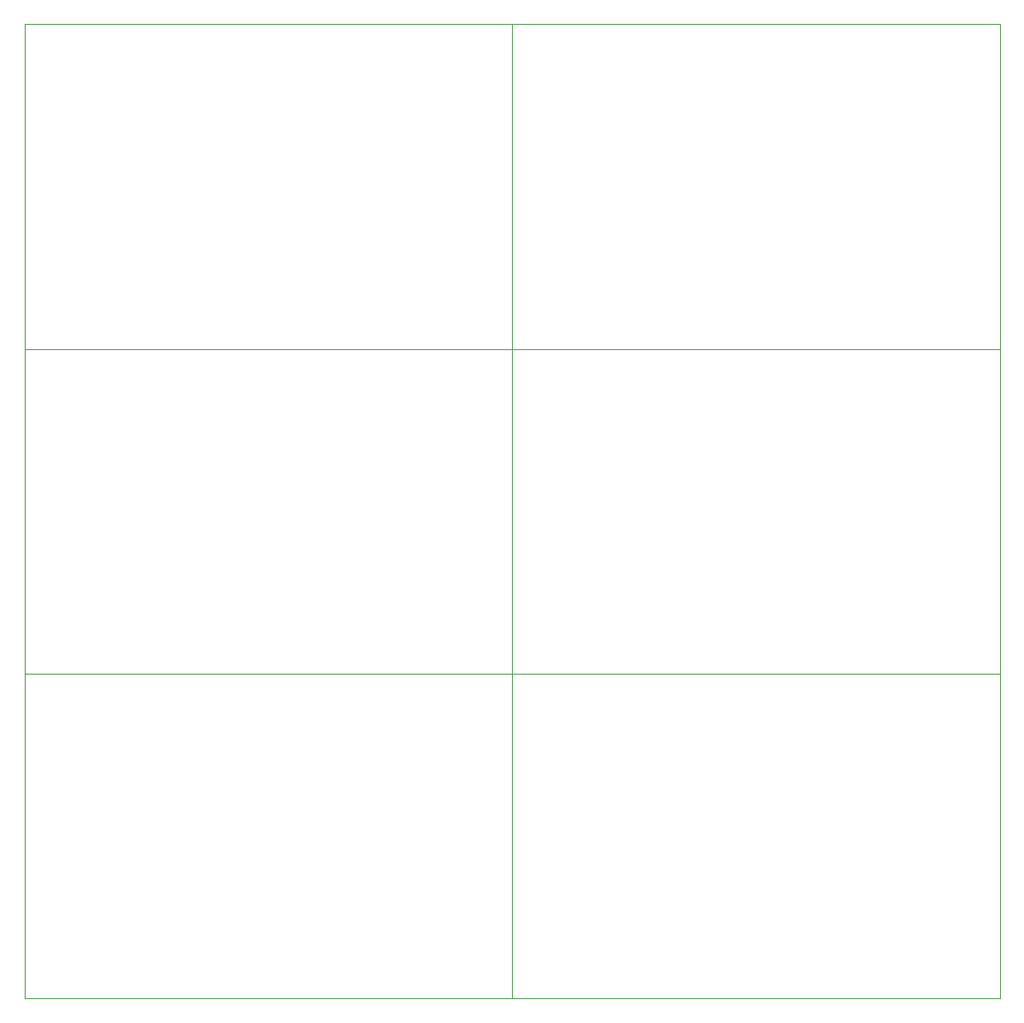
<source format=gbr>
G04 #@! TF.GenerationSoftware,KiCad,Pcbnew,(5.1.0-0)*
G04 #@! TF.CreationDate,2019-05-03T14:04:24-05:00*
G04 #@! TF.ProjectId,panelized,70616e65-6c69-47a6-9564-2e6b69636164,rev?*
G04 #@! TF.SameCoordinates,Original*
G04 #@! TF.FileFunction,Profile,NP*
%FSLAX46Y46*%
G04 Gerber Fmt 4.6, Leading zero omitted, Abs format (unit mm)*
G04 Created by KiCad (PCBNEW (5.1.0-0)) date 2019-05-03 14:04:24*
%MOMM*%
%LPD*%
G04 APERTURE LIST*
%ADD10C,0.050000*%
G04 APERTURE END LIST*
D10*
X100000000Y-33401200D02*
X100000000Y-66701200D01*
X100000000Y-33401200D02*
X150000000Y-33401200D01*
X100000000Y-66701200D02*
X150000000Y-66701200D01*
X150000000Y-66701200D02*
X150000000Y-33401200D01*
X149987200Y-33401200D02*
X149987200Y-66701200D01*
X149987200Y-33401200D02*
X199987200Y-33401200D01*
X149987200Y-66701200D02*
X199987200Y-66701200D01*
X199987200Y-66701200D02*
X199987200Y-33401200D01*
X100000000Y-66700600D02*
X100000000Y-100000600D01*
X100000000Y-66700600D02*
X150000000Y-66700600D01*
X100000000Y-100000600D02*
X150000000Y-100000600D01*
X150000000Y-100000600D02*
X150000000Y-66700600D01*
X149987200Y-66700600D02*
X149987200Y-100000600D01*
X149987200Y-66700600D02*
X199987200Y-66700600D01*
X149987200Y-100000600D02*
X199987200Y-100000600D01*
X199987200Y-100000600D02*
X199987200Y-66700600D01*
X149987200Y-100000000D02*
X149987200Y-133300000D01*
X149987200Y-100000000D02*
X199987200Y-100000000D01*
X149987200Y-133300000D02*
X199987200Y-133300000D01*
X199987200Y-133300000D02*
X199987200Y-100000000D01*
X150000000Y-133300000D02*
X150000000Y-100000000D01*
X100000000Y-133300000D02*
X150000000Y-133300000D01*
X100000000Y-100000000D02*
X150000000Y-100000000D01*
X100000000Y-100000000D02*
X100000000Y-133300000D01*
M02*

</source>
